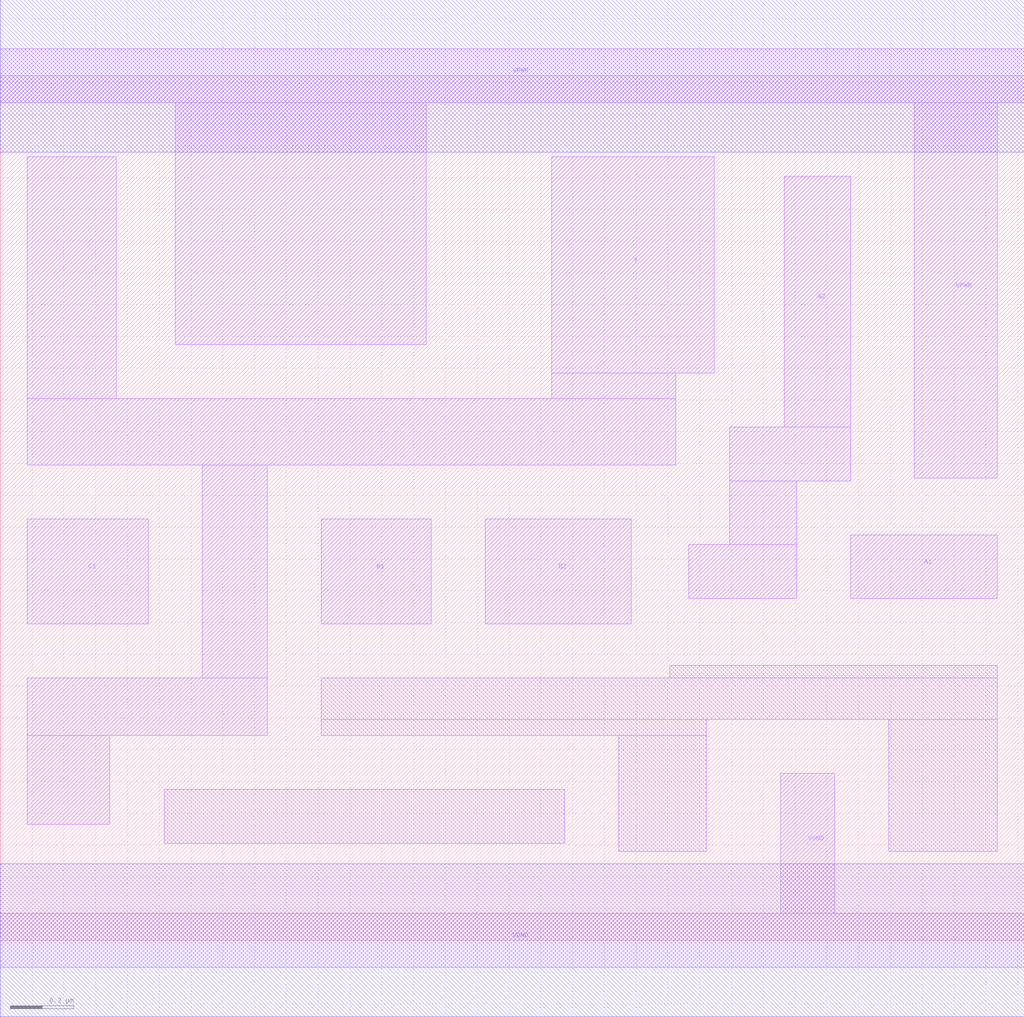
<source format=lef>
# Copyright 2020 The SkyWater PDK Authors
#
# Licensed under the Apache License, Version 2.0 (the "License");
# you may not use this file except in compliance with the License.
# You may obtain a copy of the License at
#
#     https://www.apache.org/licenses/LICENSE-2.0
#
# Unless required by applicable law or agreed to in writing, software
# distributed under the License is distributed on an "AS IS" BASIS,
# WITHOUT WARRANTIES OR CONDITIONS OF ANY KIND, either express or implied.
# See the License for the specific language governing permissions and
# limitations under the License.
#
# SPDX-License-Identifier: Apache-2.0

VERSION 5.5 ;
NAMESCASESENSITIVE ON ;
BUSBITCHARS "[]" ;
DIVIDERCHAR "/" ;
MACRO sky130_fd_sc_hd__o221ai_1
  CLASS CORE ;
  SOURCE USER ;
  ORIGIN  0.000000  0.000000 ;
  SIZE  3.220000 BY  2.720000 ;
  SYMMETRY X Y R90 ;
  SITE unithd ;
  PIN A1
    ANTENNAGATEAREA  0.247500 ;
    DIRECTION INPUT ;
    USE SIGNAL ;
    PORT
      LAYER li1 ;
        RECT 2.675000 1.075000 3.135000 1.275000 ;
    END
  END A1
  PIN A2
    ANTENNAGATEAREA  0.247500 ;
    DIRECTION INPUT ;
    USE SIGNAL ;
    PORT
      LAYER li1 ;
        RECT 2.165000 1.075000 2.505000 1.245000 ;
        RECT 2.295000 1.245000 2.505000 1.445000 ;
        RECT 2.295000 1.445000 2.675000 1.615000 ;
        RECT 2.465000 1.615000 2.675000 2.405000 ;
    END
  END A2
  PIN B1
    ANTENNAGATEAREA  0.247500 ;
    DIRECTION INPUT ;
    USE SIGNAL ;
    PORT
      LAYER li1 ;
        RECT 1.010000 0.995000 1.355000 1.325000 ;
    END
  END B1
  PIN B2
    ANTENNAGATEAREA  0.247500 ;
    DIRECTION INPUT ;
    USE SIGNAL ;
    PORT
      LAYER li1 ;
        RECT 1.525000 0.995000 1.985000 1.325000 ;
    END
  END B2
  PIN C1
    ANTENNAGATEAREA  0.247500 ;
    DIRECTION INPUT ;
    USE SIGNAL ;
    PORT
      LAYER li1 ;
        RECT 0.085000 0.995000 0.465000 1.325000 ;
    END
  END C1
  PIN Y
    ANTENNADIFFAREA  0.899000 ;
    DIRECTION OUTPUT ;
    USE SIGNAL ;
    PORT
      LAYER li1 ;
        RECT 0.085000 0.365000 0.345000 0.645000 ;
        RECT 0.085000 0.645000 0.840000 0.825000 ;
        RECT 0.085000 1.495000 2.125000 1.705000 ;
        RECT 0.085000 1.705000 0.365000 2.465000 ;
        RECT 0.635000 0.825000 0.840000 1.495000 ;
        RECT 1.735000 1.705000 2.125000 1.785000 ;
        RECT 1.735000 1.785000 2.245000 2.465000 ;
    END
  END Y
  PIN VGND
    DIRECTION INOUT ;
    SHAPE ABUTMENT ;
    USE GROUND ;
    PORT
      LAYER li1 ;
        RECT 0.000000 -0.085000 3.220000 0.085000 ;
        RECT 2.455000  0.085000 2.625000 0.525000 ;
    END
    PORT
      LAYER met1 ;
        RECT 0.000000 -0.240000 3.220000 0.240000 ;
    END
  END VGND
  PIN VPWR
    DIRECTION INOUT ;
    SHAPE ABUTMENT ;
    USE POWER ;
    PORT
      LAYER li1 ;
        RECT 0.000000 2.635000 3.220000 2.805000 ;
        RECT 0.550000 1.875000 1.340000 2.635000 ;
        RECT 2.875000 1.455000 3.135000 2.635000 ;
    END
    PORT
      LAYER met1 ;
        RECT 0.000000 2.480000 3.220000 2.960000 ;
    END
  END VPWR
  OBS
    LAYER li1 ;
      RECT 0.515000 0.305000 1.775000 0.475000 ;
      RECT 1.010000 0.645000 2.220000 0.695000 ;
      RECT 1.010000 0.695000 3.135000 0.825000 ;
      RECT 1.945000 0.280000 2.220000 0.645000 ;
      RECT 2.105000 0.825000 3.135000 0.865000 ;
      RECT 2.795000 0.280000 3.135000 0.695000 ;
  END
END sky130_fd_sc_hd__o221ai_1
END LIBRARY

</source>
